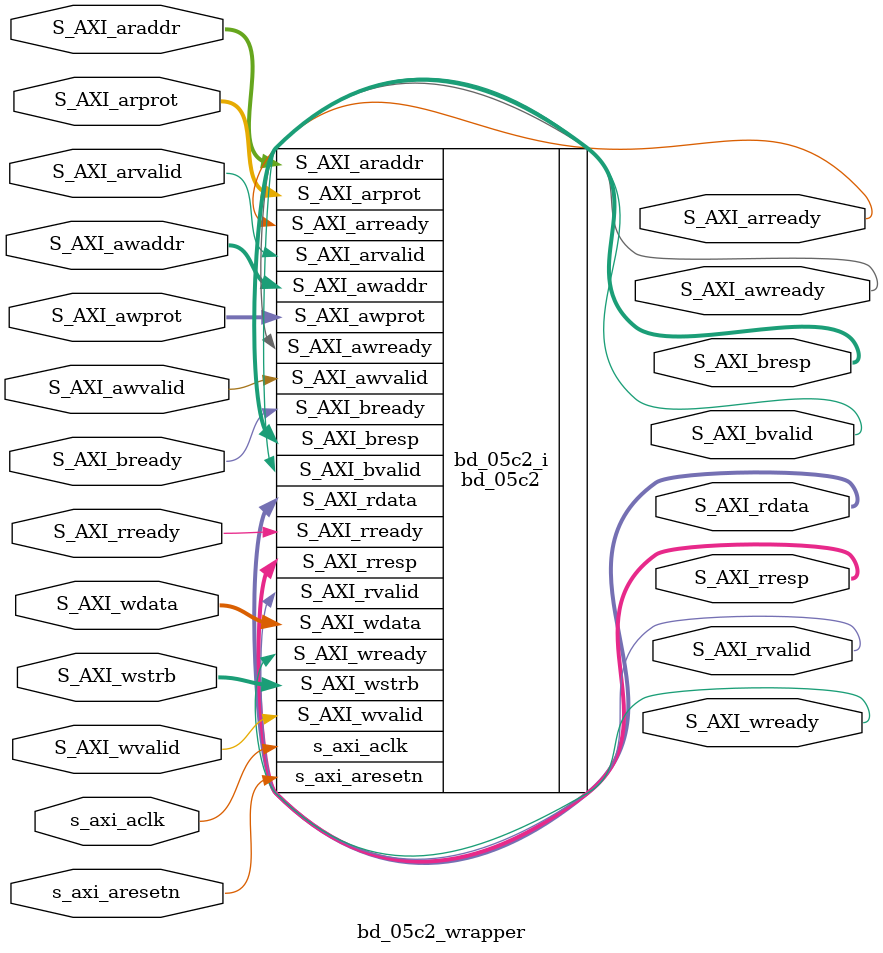
<source format=v>
`timescale 1 ps / 1 ps

module bd_05c2_wrapper
   (S_AXI_araddr,
    S_AXI_arprot,
    S_AXI_arready,
    S_AXI_arvalid,
    S_AXI_awaddr,
    S_AXI_awprot,
    S_AXI_awready,
    S_AXI_awvalid,
    S_AXI_bready,
    S_AXI_bresp,
    S_AXI_bvalid,
    S_AXI_rdata,
    S_AXI_rready,
    S_AXI_rresp,
    S_AXI_rvalid,
    S_AXI_wdata,
    S_AXI_wready,
    S_AXI_wstrb,
    S_AXI_wvalid,
    s_axi_aclk,
    s_axi_aresetn);
  input [4:0]S_AXI_araddr;
  input [2:0]S_AXI_arprot;
  output S_AXI_arready;
  input S_AXI_arvalid;
  input [4:0]S_AXI_awaddr;
  input [2:0]S_AXI_awprot;
  output S_AXI_awready;
  input S_AXI_awvalid;
  input S_AXI_bready;
  output [1:0]S_AXI_bresp;
  output S_AXI_bvalid;
  output [31:0]S_AXI_rdata;
  input S_AXI_rready;
  output [1:0]S_AXI_rresp;
  output S_AXI_rvalid;
  input [31:0]S_AXI_wdata;
  output S_AXI_wready;
  input [3:0]S_AXI_wstrb;
  input S_AXI_wvalid;
  input s_axi_aclk;
  input s_axi_aresetn;

  wire [4:0]S_AXI_araddr;
  wire [2:0]S_AXI_arprot;
  wire S_AXI_arready;
  wire S_AXI_arvalid;
  wire [4:0]S_AXI_awaddr;
  wire [2:0]S_AXI_awprot;
  wire S_AXI_awready;
  wire S_AXI_awvalid;
  wire S_AXI_bready;
  wire [1:0]S_AXI_bresp;
  wire S_AXI_bvalid;
  wire [31:0]S_AXI_rdata;
  wire S_AXI_rready;
  wire [1:0]S_AXI_rresp;
  wire S_AXI_rvalid;
  wire [31:0]S_AXI_wdata;
  wire S_AXI_wready;
  wire [3:0]S_AXI_wstrb;
  wire S_AXI_wvalid;
  wire s_axi_aclk;
  wire s_axi_aresetn;

  bd_05c2 bd_05c2_i
       (.S_AXI_araddr(S_AXI_araddr),
        .S_AXI_arprot(S_AXI_arprot),
        .S_AXI_arready(S_AXI_arready),
        .S_AXI_arvalid(S_AXI_arvalid),
        .S_AXI_awaddr(S_AXI_awaddr),
        .S_AXI_awprot(S_AXI_awprot),
        .S_AXI_awready(S_AXI_awready),
        .S_AXI_awvalid(S_AXI_awvalid),
        .S_AXI_bready(S_AXI_bready),
        .S_AXI_bresp(S_AXI_bresp),
        .S_AXI_bvalid(S_AXI_bvalid),
        .S_AXI_rdata(S_AXI_rdata),
        .S_AXI_rready(S_AXI_rready),
        .S_AXI_rresp(S_AXI_rresp),
        .S_AXI_rvalid(S_AXI_rvalid),
        .S_AXI_wdata(S_AXI_wdata),
        .S_AXI_wready(S_AXI_wready),
        .S_AXI_wstrb(S_AXI_wstrb),
        .S_AXI_wvalid(S_AXI_wvalid),
        .s_axi_aclk(s_axi_aclk),
        .s_axi_aresetn(s_axi_aresetn));
endmodule

</source>
